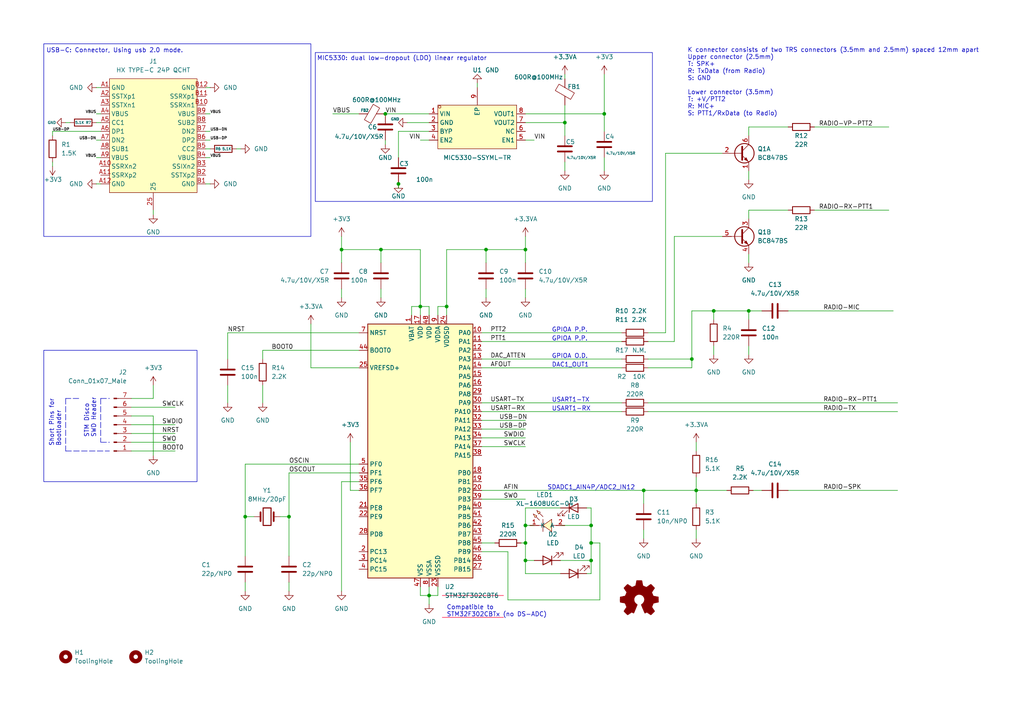
<source format=kicad_sch>
(kicad_sch (version 20250114) (generator "eeschema") (generator_version "9.0")
  (paper "A4")
  (title_block (title "All-In-One-Cable (AIOC)") (rev "1.0-dev-0.1"))
  (lib_symbols
    (symbol "C144168:MIC5330-SSYML-TR"
      (property "Reference" "U" (at 0 16.51 0))
      (property "Value" "MIC5330-SSYML-TR" (at 0 -8.89 0))
      (symbol "MIC5330-SSYML-TR_0_1"
        (pin unspecified line (at -13.97 3.81 0) (length 2.54) (name "VIN") (number "1"))
        (pin unspecified line (at -13.97 1.27 0) (length 2.54) (name "GND") (number "2"))
        (pin unspecified line (at -13.97 -1.27 0) (length 2.54) (name "BYP") (number "3"))
        (pin unspecified line (at -13.97 -3.81 0) (length 2.54) (name "EN2") (number "4"))
        (pin unspecified line (at 0 11.43 270) (length 5.08) (name "EP") (number "9"))
        (pin unspecified line (at 13.97 3.81 180) (length 2.54) (name "VOUT1") (number "8"))
        (pin unspecified line (at 13.97 1.27 180) (length 2.54) (name "VOUT2") (number "7"))
        (pin unspecified line (at 13.97 -1.27 180) (length 2.54) (name "NC") (number "6"))
        (pin unspecified line (at 13.97 -3.81 180) (length 2.54) (name "EN1") (number "5"))
      )
    )
    (symbol "C5178545:HXTYPE-C24PQCHT"
      (property "Reference" "USB" (at 0 22.86 0))
      (property "Value" "HX TYPE-C 24P QCHT" (at 0 -22.86 0))
      (symbol "HXTYPE-C24PQCHT_0_1"
        (pin unspecified line (at -15.24 17.78 0) (length 2.54) (name "GND") (number "A1"))
        (pin unspecified line (at -15.24 15.24 0) (length 2.54) (name "SSTXp1") (number "A2"))
        (pin unspecified line (at -15.24 12.7 0) (length 2.54) (name "SSTXn1") (number "A3"))
        (pin unspecified line (at -15.24 10.16 0) (length 2.54) (name "VBUS") (number "A4"))
        (pin unspecified line (at -15.24 7.62 0) (length 2.54) (name "CC1") (number "A5"))
        (pin unspecified line (at -15.24 5.08 0) (length 2.54) (name "DP1") (number "A6"))
        (pin unspecified line (at -15.24 2.54 0) (length 2.54) (name "DN2") (number "A7"))
        (pin unspecified line (at -15.24 0 0) (length 2.54) (name "SUB1") (number "A8"))
        (pin unspecified line (at -15.24 -2.54 0) (length 2.54) (name "VBUS") (number "A9"))
        (pin unspecified line (at -15.24 -5.08 0) (length 2.54) (name "SSRXn2") (number "A10"))
        (pin unspecified line (at -15.24 -7.62 0) (length 2.54) (name "SSRXp2") (number "A11"))
        (pin unspecified line (at -15.24 -10.16 0) (length 2.54) (name "GND") (number "A12"))
        (pin unspecified line (at 0 -17.78 90) (length 5.08) (name "25") (number "25"))
        (pin unspecified line (at 15.24 17.78 180) (length 2.54) (name "GND") (number "B12"))
        (pin unspecified line (at 15.24 15.24 180) (length 2.54) (name "SSRXp1") (number "B11"))
        (pin unspecified line (at 15.24 12.7 180) (length 2.54) (name "SSRXn1") (number "B10"))
        (pin unspecified line (at 15.24 10.16 180) (length 2.54) (name "VBUS") (number "B9"))
        (pin unspecified line (at 15.24 7.62 180) (length 2.54) (name "SUB2") (number "B8"))
        (pin unspecified line (at 15.24 5.08 180) (length 2.54) (name "DN2") (number "B7"))
        (pin unspecified line (at 15.24 2.54 180) (length 2.54) (name "DP2") (number "B6"))
        (pin unspecified line (at 15.24 0 180) (length 2.54) (name "CC2") (number "B5"))
        (pin unspecified line (at 15.24 -2.54 180) (length 2.54) (name "VBUS") (number "B4"))
        (pin unspecified line (at 15.24 -5.08 180) (length 2.54) (name "SSIXn2") (number "B3"))
        (pin unspecified line (at 15.24 -7.62 180) (length 2.54) (name "SSTXp2") (number "B2"))
        (pin unspecified line (at 15.24 -10.16 180) (length 2.54) (name "GND") (number "B1"))
      )
    )
    (symbol "C965804:XL-1608UGC-04"
      (property "Reference" "LED" (at 0 5.08 0))
      (property "Value" "XL-1608UGC-04" (at 0 -5.08 0))
      (symbol "XL-1608UGC-04_0_1"
        (pin unspecified line (at -5.08 0 0) (length 2.54) (name "K") (number "1"))
        (pin unspecified line (at 5.08 0 180) (length 2.54) (name "A") (number "2"))
      )
    )
    (symbol "Connector:Conn_01x07_Male" (pin_names (offset 1.016) (hide yes))
      (property "Reference" "J" (at 0 10.16 0))
      (property "Value" "Conn_01x07_Male" (at 0 -10.16 0))
      (symbol "Conn_01x07_Male_1_1"
        (pin passive line (at 5.08 7.62 180) (length 3.81) (name "Pin_1") (number "1"))
        (pin passive line (at 5.08 5.08 180) (length 3.81) (name "Pin_2") (number "2"))
        (pin passive line (at 5.08 2.54 180) (length 3.81) (name "Pin_3") (number "3"))
        (pin passive line (at 5.08 0 180) (length 3.81) (name "Pin_4") (number "4"))
        (pin passive line (at 5.08 -2.54 180) (length 3.81) (name "Pin_5") (number "5"))
        (pin passive line (at 5.08 -5.08 180) (length 3.81) (name "Pin_6") (number "6"))
        (pin passive line (at 5.08 -7.62 180) (length 3.81) (name "Pin_7") (number "7"))
      )
    )
    (symbol "Device:C" (pin_numbers (hide yes)) (pin_names (offset 0.254))
      (property "Reference" "C" (at 0.635 2.54 0))
      (property "Value" "C" (at 0.635 -2.54 0))
      (symbol "C_1_1"
        (pin passive line (at 0 3.81 270) (length 2.794) (name "~") (number "1"))
        (pin passive line (at 0 -3.81 90) (length 2.794) (name "~") (number "2"))
      )
    )
    (symbol "Device:Crystal" (pin_numbers (hide yes)) (pin_names (offset 1.016) (hide yes))
      (property "Reference" "Y" (at 0 3.81 0))
      (property "Value" "Crystal" (at 0 -3.81 0))
      (symbol "Crystal_1_1"
        (pin passive line (at -3.81 0 0) (length 1.27) (name "1") (number "1"))
        (pin passive line (at 3.81 0 180) (length 1.27) (name "2") (number "2"))
      )
    )
    (symbol "Device:FerriteBead" (pin_numbers (hide yes)) (pin_names (offset 0))
      (property "Reference" "FB" (at -3.81 0.635 90))
      (property "Value" "FerriteBead" (at 3.81 0 90))
      (symbol "FerriteBead_1_1"
        (pin passive line (at 0 3.81 270) (length 2.54) (name "~") (number "1"))
        (pin passive line (at 0 -3.81 90) (length 2.54) (name "~") (number "2"))
      )
    )
    (symbol "Device:LED" (pin_numbers (hide yes)) (pin_names (offset 1.016) (hide yes))
      (property "Reference" "D" (at 0 2.54 0))
      (property "Value" "LED" (at 0 -2.54 0))
      (symbol "LED_1_1"
        (pin passive line (at -3.81 0 0) (length 2.54) (name "K") (number "1"))
        (pin passive line (at 3.81 0 180) (length 2.54) (name "A") (number "2"))
      )
    )
    (symbol "Device:Q_Dual_NPN_NPN_E1B1C2E2B2C1" (pin_names (offset 0) (hide yes))
      (property "Reference" "Q" (at 5.08 1.27 0))
      (property "Value" "Q_Dual_NPN_NPN_E1B1C2E2B2C1" (at 5.08 -1.27 0))
      (symbol "Q_Dual_NPN_NPN_E1B1C2E2B2C1_1_1"
        (pin input line (at -5.08 0 0) (length 2.54) (name "B1") (number "2"))
        (pin passive line (at 2.54 5.08 270) (length 2.54) (name "C1") (number "6"))
        (pin passive line (at 2.54 -5.08 90) (length 2.54) (name "E1") (number "1"))
      )
      (symbol "Q_Dual_NPN_NPN_E1B1C2E2B2C1_2_1"
        (pin input line (at -5.08 0 0) (length 2.54) (name "B2") (number "5"))
        (pin passive line (at 2.54 5.08 270) (length 2.54) (name "C2") (number "3"))
        (pin passive line (at 2.54 -5.08 90) (length 2.54) (name "E2") (number "4"))
      )
    )
    (symbol "Device:R" (pin_numbers (hide yes)) (pin_names (offset 0))
      (property "Reference" "R" (at 2.032 0 90))
      (property "Value" "R" (at 0 0 90))
      (symbol "R_1_1"
        (pin passive line (at 0 3.81 270) (length 1.27) (name "~") (number "1"))
        (pin passive line (at 0 -3.81 90) (length 1.27) (name "~") (number "2"))
      )
    )
    (symbol "GND_1" (power) (pin_numbers (hide yes)) (pin_names (offset 0) (hide yes))
      (property "Value" "GND" (at 0 -3.81 0))
      (symbol "GND_1_1_1"
        (pin power_in line (at 0 0 270) (length 0) (name "~") (number "1"))
      )
    )
    (symbol "Graphic:Logo_Open_Hardware_Small" (pin_names (offset 1.016)))
    (symbol "MCU_ST_STM32F3:STM32F373CBTx"
      (property "Reference" "U" (at -15.24 36.83 0))
      (property "Value" "STM32F373CBTx" (at 10.16 36.83 0))
      (symbol "STM32F373CBTx_1_1"
        (pin input line (at -17.78 33.02 0) (length 2.54) (name "NRST") (number "7"))
        (pin input line (at -17.78 27.94 0) (length 2.54) (name "BOOT0") (number "44"))
        (pin power_in line (at -17.78 22.86 0) (length 2.54) (name "VREFSD+") (number "25"))
        (pin input line (at -17.78 -5.08 0) (length 2.54) (name "PF0") (number "5"))
        (pin input line (at -17.78 -7.62 0) (length 2.54) (name "PF1") (number "6"))
        (pin bidirectional line (at -17.78 -10.16 0) (length 2.54) (name "PF6") (number "35"))
        (pin bidirectional line (at -17.78 -12.7 0) (length 2.54) (name "PF7") (number "36"))
        (pin bidirectional line (at -17.78 -17.78 0) (length 2.54) (name "PE8") (number "21"))
        (pin bidirectional line (at -17.78 -20.32 0) (length 2.54) (name "PE9") (number "22"))
        (pin bidirectional line (at -17.78 -25.4 0) (length 2.54) (name "PD8") (number "28"))
        (pin bidirectional line (at -17.78 -30.48 0) (length 2.54) (name "PC13") (number "2"))
        (pin bidirectional line (at -17.78 -33.02 0) (length 2.54) (name "PC14") (number "3"))
        (pin bidirectional line (at -17.78 -35.56 0) (length 2.54) (name "PC15") (number "4"))
        (pin power_in line (at -2.54 38.1 270) (length 2.54) (name "VBAT") (number "1"))
        (pin power_in line (at 0 38.1 270) (length 2.54) (name "VDD") (number "17"))
        (pin power_in line (at 0 -40.64 90) (length 2.54) (name "VSS") (number "47"))
        (pin power_in line (at 2.54 38.1 270) (length 2.54) (name "VDD") (number "48"))
        (pin power_in line (at 2.54 -40.64 90) (length 2.54) (name "VSSA") (number "8"))
        (pin power_in line (at 5.08 38.1 270) (length 2.54) (name "VDDA") (number "9"))
        (pin power_in line (at 5.08 -40.64 90) (length 2.54) (name "VSSSD") (number "23"))
        (pin power_in line (at 7.62 38.1 270) (length 2.54) (name "VDDSD") (number "24"))
        (pin bidirectional line (at 17.78 33.02 180) (length 2.54) (name "PA0") (number "10"))
        (pin bidirectional line (at 17.78 30.48 180) (length 2.54) (name "PA1") (number "11"))
        (pin bidirectional line (at 17.78 27.94 180) (length 2.54) (name "PA2") (number "12"))
        (pin bidirectional line (at 17.78 25.4 180) (length 2.54) (name "PA3") (number "13"))
        (pin bidirectional line (at 17.78 22.86 180) (length 2.54) (name "PA4") (number "14"))
        (pin bidirectional line (at 17.78 20.32 180) (length 2.54) (name "PA5") (number "15"))
        (pin bidirectional line (at 17.78 17.78 180) (length 2.54) (name "PA6") (number "16"))
        (pin bidirectional line (at 17.78 15.24 180) (length 2.54) (name "PA8") (number "29"))
        (pin bidirectional line (at 17.78 12.7 180) (length 2.54) (name "PA9") (number "30"))
        (pin bidirectional line (at 17.78 10.16 180) (length 2.54) (name "PA10") (number "31"))
        (pin bidirectional line (at 17.78 7.62 180) (length 2.54) (name "PA11") (number "32"))
        (pin bidirectional line (at 17.78 5.08 180) (length 2.54) (name "PA12") (number "33"))
        (pin bidirectional line (at 17.78 2.54 180) (length 2.54) (name "PA13") (number "34"))
        (pin bidirectional line (at 17.78 0 180) (length 2.54) (name "PA14") (number "37"))
        (pin bidirectional line (at 17.78 -2.54 180) (length 2.54) (name "PA15") (number "38"))
        (pin bidirectional line (at 17.78 -7.62 180) (length 2.54) (name "PB0") (number "18"))
        (pin bidirectional line (at 17.78 -10.16 180) (length 2.54) (name "PB1") (number "19"))
        (pin bidirectional line (at 17.78 -12.7 180) (length 2.54) (name "PB2") (number "20"))
        (pin bidirectional line (at 17.78 -15.24 180) (length 2.54) (name "PB3") (number "39"))
        (pin bidirectional line (at 17.78 -17.78 180) (length 2.54) (name "PB4") (number "40"))
        (pin bidirectional line (at 17.78 -20.32 180) (length 2.54) (name "PB5") (number "41"))
        (pin bidirectional line (at 17.78 -22.86 180) (length 2.54) (name "PB6") (number "42"))
        (pin bidirectional line (at 17.78 -25.4 180) (length 2.54) (name "PB7") (number "43"))
        (pin bidirectional line (at 17.78 -27.94 180) (length 2.54) (name "PB8") (number "45"))
        (pin bidirectional line (at 17.78 -30.48 180) (length 2.54) (name "PB9") (number "46"))
        (pin bidirectional line (at 17.78 -33.02 180) (length 2.54) (name "PB14") (number "26"))
        (pin bidirectional line (at 17.78 -35.56 180) (length 2.54) (name "PB15") (number "27"))
      )
    )
    (symbol "Mechanical:MountingHole" (pin_names (offset 1.016))
      (property "Reference" "H" (at 0 5.08 0))
      (property "Value" "MountingHole" (at 0 3.175 0))
    )
    (symbol "power:+3.3VA" (power) (pin_names (offset 0))
      (property "Value" "+3.3VA" (at 0 3.556 0))
      (symbol "+3.3VA_1_1"
        (pin power_in line (at 0 0 90) (length 0) (hide yes) (name "+3.3VA") (number "1"))
      )
    )
    (symbol "power:+3V3" (power) (pin_names (offset 0))
      (property "Value" "+3V3" (at 0 3.556 0))
      (symbol "+3V3_1_1"
        (pin power_in line (at 0 0 90) (length 0) (hide yes) (name "+3V3") (number "1"))
      )
    )
    (symbol "power:GND" (power) (pin_names (offset 0))
      (property "Value" "GND" (at 0 -3.81 0))
      (symbol "GND_1_1"
        (pin power_in line (at 0 0 270) (length 0) (hide yes) (name "GND") (number "1"))
      )
    )
  )
  (rectangle (start 12.7 101.6) (end 57.15 139.7))
  (rectangle (start 91.44 15.24) (end 189.23 58.42))
  (rectangle (start 12.7 12.7) (end 90.17 68.58))
  (text "STM Disco\nSWD Header" (at 27.94 127 90) (effects (font (size 1.27 1.27)) (justify left bottom)))
  (text "Short Pins for\nBootloader" (at 17.78 129.54 90) (effects (font (size 1.27 1.27)) (justify left bottom)))
  (text "SDADC1_AIN4P/ADC2_IN12" (at 158.75 142.24 0) (effects (font (size 1.27 1.27)) (justify left bottom)))
  (text "USART1-TX" (at 160.02 116.84 0) (effects (font (size 1.27 1.27)) (justify left bottom)))
  (text "K connector consists of two TRS connectors (3.5mm and 2.5mm) spaced 12mm apart\nUpper connector (2.5mm)\nT: SPK+\nR: TxData (from Radio)\nS: GND\n\nLower connector (3.5mm)\nT: +V/PTT2\nR: MIC+\nS: PTT1/RxData (to Radio)\n" (at 199.39 33.782 0) (effects (font (size 1.27 1.27)) (justify left bottom)))
  (text "GPIOA P.P." (at 160.02 99.06 0) (effects (font (size 1.27 1.27)) (justify left bottom)))
  (text "DAC1_OUT1" (at 160.02 106.68 0) (effects (font (size 1.27 1.27)) (justify left bottom)))
  (text "MIC5330: dual low-dropout (LDO) linear regulator" (at 116.586 17.018 0) (effects (font (size 1.27 1.27))))
  (text "GPIOA O.D." (at 160.02 104.14 0) (effects (font (size 1.27 1.27)) (justify left bottom)))
  (text "Compatible to \nSTM32F302CBTx (no DS-ADC)" (at 129.54 179.07 0) (effects (font (size 1.27 1.27)) (justify left bottom)))
  (text "USART1-RX" (at 160.02 119.38 0) (effects (font (size 1.27 1.27)) (justify left bottom)))
  (text "GPIOA P.P." (at 160.02 96.52 0) (effects (font (size 1.27 1.27)) (justify left bottom)))
  (text "USB-C: Connector, Using usb 2.0 mode." (at 33.274 14.732 0) (effects (font (size 1.27 1.27))))
  (junction (at 163.83 35.56))
  (junction (at 152.4 152.4))
  (junction (at 171.45 162.56))
  (junction (at 140.97 72.39))
  (junction (at 201.93 142.24))
  (junction (at 175.26 33.02))
  (junction (at 152.4 162.56))
  (junction (at 171.45 152.4))
  (junction (at 171.45 157.48))
  (junction (at 129.54 88.9))
  (junction (at 121.92 88.9))
  (junction (at 152.4 72.39))
  (junction (at 207.01 90.17))
  (junction (at 115.57 53.34))
  (junction (at 217.17 90.17))
  (junction (at 99.06 72.39))
  (junction (at 110.49 72.39))
  (junction (at 71.12 149.86))
  (junction (at 124.46 172.72))
  (junction (at 152.4 157.48))
  (junction (at 186.69 142.24))
  (junction (at 83.82 149.86))
  (junction (at 200.66 104.14))
  (junction (at 111.76 33.02))
  (wire (pts (xy 187.96 119.38) (xy 260.35 119.38)))
  (wire (pts (xy 186.69 153.67) (xy 186.69 156.21)))
  (wire (pts (xy 200.66 106.68) (xy 200.66 104.14)))
  (wire (pts (xy 121.92 72.39) (xy 110.49 72.39)))
  (wire (pts (xy 124.46 172.72) (xy 124.46 175.26)))
  (wire (pts (xy 121.92 91.44) (xy 121.92 88.9)))
  (wire (pts (xy 124.46 88.9) (xy 124.46 91.44)))
  (wire (pts (xy 139.7 129.54) (xy 152.4 129.54)))
  (wire (pts (xy 228.6 90.17) (xy 259.08 90.17)))
  (wire (pts (xy 175.26 45.72) (xy 175.26 49.53)))
  (wire (pts (xy 195.58 99.06) (xy 195.58 68.58)))
  (wire (pts (xy 83.82 137.16) (xy 83.82 149.86)))
  (wire (pts (xy 59.69 53.34) (xy 60.96 53.34)))
  (wire (pts (xy 171.45 147.32) (xy 170.18 147.32)))
  (wire (pts (xy 66.04 96.52) (xy 66.04 104.14)))
  (wire (pts (xy 99.06 68.58) (xy 99.06 72.39)))
  (wire (pts (xy 175.26 21.59) (xy 175.26 33.02)))
  (wire (pts (xy 140.97 72.39) (xy 140.97 76.2)))
  (wire (pts (xy 147.32 173.99) (xy 147.32 160.02)))
  (polyline (pts (xy 22.86 115.57) (xy 19.05 115.57)) (stroke (width 0) (type dash)))
  (wire (pts (xy 170.18 166.37) (xy 171.45 166.37)))
  (wire (pts (xy 236.22 36.83) (xy 257.81 36.83)))
  (wire (pts (xy 162.56 166.37) (xy 152.4 166.37)))
  (wire (pts (xy 127 88.9) (xy 127 91.44)))
  (wire (pts (xy 66.04 111.76) (xy 66.04 116.84)))
  (wire (pts (xy 152.4 72.39) (xy 152.4 76.2)))
  (wire (pts (xy 162.56 147.32) (xy 152.4 147.32)))
  (wire (pts (xy 104.14 96.52) (xy 66.04 96.52)))
  (wire (pts (xy 201.93 146.05) (xy 201.93 142.24)))
  (wire (pts (xy 111.76 40.64) (xy 111.76 41.91)))
  (polyline (pts (xy 29.21 115.57) (xy 29.21 128.27)) (stroke (width 0) (type dash)))
  (wire (pts (xy 187.96 106.68) (xy 200.66 106.68)))
  (wire (pts (xy 171.45 152.4) (xy 171.45 157.48)))
  (wire (pts (xy 38.1 115.57) (xy 44.45 115.57)))
  (polyline (pts (xy 19.05 130.81) (xy 31.75 130.81)) (stroke (width 0) (type dash)))
  (wire (pts (xy 115.57 38.1) (xy 115.57 45.72)))
  (wire (pts (xy 152.4 162.56) (xy 154.94 162.56)))
  (wire (pts (xy 128.27 172.72) (xy 146.05 172.72)) (stroke (width 0) (color 255 0 51 1)))
  (wire (pts (xy 44.45 115.57) (xy 44.45 111.76)))
  (wire (pts (xy 38.1 128.27) (xy 50.8 128.27)))
  (wire (pts (xy 217.17 73.66) (xy 217.17 76.2)))
  (wire (pts (xy 152.4 83.82) (xy 152.4 86.36)))
  (wire (pts (xy 59.69 40.64) (xy 60.96 40.64)))
  (wire (pts (xy 71.12 149.86) (xy 73.66 149.86)))
  (wire (pts (xy 193.04 44.45) (xy 209.55 44.45)))
  (wire (pts (xy 121.92 170.18) (xy 121.92 172.72)))
  (wire (pts (xy 99.06 139.7) (xy 99.06 171.45)))
  (wire (pts (xy 217.17 100.33) (xy 217.17 102.87)))
  (wire (pts (xy 129.54 72.39) (xy 129.54 88.9)))
  (wire (pts (xy 71.12 149.86) (xy 71.12 161.29)))
  (wire (pts (xy 163.83 21.59) (xy 163.83 22.86)))
  (wire (pts (xy 138.43 24.13) (xy 138.43 25.4)))
  (wire (pts (xy 217.17 39.37) (xy 217.17 36.83)))
  (wire (pts (xy 151.13 157.48) (xy 152.4 157.48)))
  (wire (pts (xy 110.49 72.39) (xy 110.49 76.2)))
  (wire (pts (xy 152.4 157.48) (xy 152.4 162.56)))
  (wire (pts (xy 139.7 127) (xy 152.4 127)))
  (wire (pts (xy 71.12 134.62) (xy 71.12 149.86)))
  (wire (pts (xy 217.17 90.17) (xy 220.98 90.17)))
  (wire (pts (xy 139.7 119.38) (xy 180.34 119.38)))
  (wire (pts (xy 27.94 35.56) (xy 29.21 35.56)))
  (wire (pts (xy 68.58 43.18) (xy 69.85 43.18)))
  (wire (pts (xy 171.45 166.37) (xy 171.45 162.56)))
  (wire (pts (xy 121.92 88.9) (xy 124.46 88.9)))
  (wire (pts (xy 44.45 60.96) (xy 44.45 62.23)))
  (wire (pts (xy 193.04 44.45) (xy 193.04 96.52)))
  (wire (pts (xy 76.2 111.76) (xy 76.2 116.84)))
  (wire (pts (xy 171.45 157.48) (xy 171.45 162.56)))
  (wire (pts (xy 83.82 168.91) (xy 83.82 171.45)))
  (wire (pts (xy 44.45 120.65) (xy 44.45 132.08)))
  (wire (pts (xy 139.7 144.78) (xy 152.4 144.78)))
  (wire (pts (xy 236.22 60.96) (xy 257.81 60.96)))
  (wire (pts (xy 228.6 142.24) (xy 260.35 142.24)))
  (wire (pts (xy 99.06 83.82) (xy 99.06 86.36)))
  (wire (pts (xy 119.38 88.9) (xy 121.92 88.9)))
  (wire (pts (xy 195.58 68.58) (xy 209.55 68.58)))
  (wire (pts (xy 187.96 116.84) (xy 260.35 116.84)))
  (polyline (pts (xy 29.21 128.27) (xy 31.75 128.27)) (stroke (width 0) (type dash)))
  (wire (pts (xy 38.1 125.73) (xy 50.8 125.73)))
  (wire (pts (xy 152.4 166.37) (xy 152.4 162.56)))
  (wire (pts (xy 173.99 157.48) (xy 173.99 173.99)))
  (wire (pts (xy 119.38 91.44) (xy 119.38 88.9)))
  (wire (pts (xy 173.99 173.99) (xy 147.32 173.99)))
  (wire (pts (xy 76.2 101.6) (xy 76.2 104.14)))
  (wire (pts (xy 207.01 92.71) (xy 207.01 90.17)))
  (wire (pts (xy 15.24 38.1) (xy 15.24 39.37)))
  (wire (pts (xy 38.1 118.11) (xy 50.8 118.11)))
  (wire (pts (xy 152.4 35.56) (xy 163.83 35.56)))
  (wire (pts (xy 217.17 36.83) (xy 228.6 36.83)))
  (wire (pts (xy 121.92 40.64) (xy 124.46 40.64)))
  (wire (pts (xy 124.46 170.18) (xy 124.46 172.72)))
  (wire (pts (xy 139.7 99.06) (xy 180.34 99.06)))
  (wire (pts (xy 104.14 139.7) (xy 99.06 139.7)))
  (wire (pts (xy 152.4 40.64) (xy 154.94 40.64)))
  (wire (pts (xy 217.17 90.17) (xy 217.17 92.71)))
  (wire (pts (xy 81.28 149.86) (xy 83.82 149.86)))
  (wire (pts (xy 171.45 152.4) (xy 171.45 147.32)))
  (wire (pts (xy 200.66 90.17) (xy 207.01 90.17)))
  (wire (pts (xy 186.69 146.05) (xy 186.69 142.24)))
  (wire (pts (xy 207.01 100.33) (xy 207.01 102.87)))
  (wire (pts (xy 127 170.18) (xy 127 172.72)))
  (wire (pts (xy 139.7 116.84) (xy 180.34 116.84)))
  (wire (pts (xy 217.17 60.96) (xy 228.6 60.96)))
  (wire (pts (xy 162.56 152.4) (xy 171.45 152.4)))
  (wire (pts (xy 101.6 128.27) (xy 101.6 142.24)))
  (wire (pts (xy 104.14 101.6) (xy 76.2 101.6)))
  (wire (pts (xy 201.93 128.27) (xy 201.93 130.81)))
  (wire (pts (xy 163.83 35.56) (xy 163.83 39.37)))
  (wire (pts (xy 110.49 83.82) (xy 110.49 86.36)))
  (wire (pts (xy 27.94 45.72) (xy 29.21 45.72)))
  (wire (pts (xy 129.54 72.39) (xy 140.97 72.39)))
  (wire (pts (xy 201.93 142.24) (xy 210.82 142.24)))
  (wire (pts (xy 217.17 49.53) (xy 217.17 52.07)))
  (wire (pts (xy 187.96 104.14) (xy 200.66 104.14)))
  (wire (pts (xy 124.46 38.1) (xy 115.57 38.1)))
  (wire (pts (xy 200.66 104.14) (xy 200.66 90.17)))
  (wire (pts (xy 118.11 35.56) (xy 124.46 35.56)))
  (wire (pts (xy 83.82 137.16) (xy 104.14 137.16)))
  (wire (pts (xy 201.93 138.43) (xy 201.93 142.24)))
  (wire (pts (xy 59.69 33.02) (xy 60.96 33.02)))
  (wire (pts (xy 139.7 96.52) (xy 180.34 96.52)))
  (wire (pts (xy 218.44 142.24) (xy 220.98 142.24)))
  (wire (pts (xy 83.82 149.86) (xy 83.82 161.29)))
  (wire (pts (xy 171.45 157.48) (xy 173.99 157.48)))
  (wire (pts (xy 27.94 25.4) (xy 29.21 25.4)))
  (wire (pts (xy 27.94 40.64) (xy 29.21 40.64)))
  (wire (pts (xy 152.4 152.4) (xy 152.4 157.48)))
  (wire (pts (xy 201.93 153.67) (xy 201.93 156.21)))
  (wire (pts (xy 44.45 120.65) (xy 38.1 120.65)))
  (wire (pts (xy 104.14 142.24) (xy 101.6 142.24)))
  (wire (pts (xy 71.12 168.91) (xy 71.12 171.45)))
  (wire (pts (xy 90.17 106.68) (xy 104.14 106.68)))
  (wire (pts (xy 129.54 88.9) (xy 127 88.9)))
  (wire (pts (xy 163.83 46.99) (xy 163.83 49.53)))
  (polyline (pts (xy 19.05 115.57) (xy 19.05 130.81)) (stroke (width 0) (type dash)))
  (wire (pts (xy 127 172.72) (xy 124.46 172.72)))
  (polyline (pts (xy 29.21 115.57) (xy 31.75 115.57)) (stroke (width 0) (type dash)))
  (wire (pts (xy 154.94 152.4) (xy 152.4 152.4)))
  (wire (pts (xy 121.92 72.39) (xy 121.92 88.9)))
  (wire (pts (xy 139.7 104.14) (xy 180.34 104.14)))
  (wire (pts (xy 139.7 121.92) (xy 152.4 121.92)))
  (wire (pts (xy 139.7 157.48) (xy 143.51 157.48)))
  (wire (pts (xy 175.26 33.02) (xy 175.26 38.1)))
  (wire (pts (xy 140.97 83.82) (xy 140.97 86.36)))
  (wire (pts (xy 128.27 179.07) (xy 146.05 179.07)) (stroke (width 0) (color 255 0 51 1)))
  (wire (pts (xy 59.69 25.4) (xy 60.96 25.4)))
  (wire (pts (xy 15.24 38.1) (xy 29.21 38.1)))
  (wire (pts (xy 111.76 33.02) (xy 124.46 33.02)))
  (wire (pts (xy 162.56 162.56) (xy 171.45 162.56)))
  (wire (pts (xy 147.32 160.02) (xy 139.7 160.02)))
  (wire (pts (xy 139.7 106.68) (xy 180.34 106.68)))
  (wire (pts (xy 129.54 91.44) (xy 129.54 88.9)))
  (wire (pts (xy 152.4 33.02) (xy 175.26 33.02)))
  (wire (pts (xy 124.46 172.72) (xy 121.92 172.72)))
  (wire (pts (xy 140.97 72.39) (xy 152.4 72.39)))
  (wire (pts (xy 99.06 72.39) (xy 99.06 76.2)))
  (wire (pts (xy 15.24 46.99) (xy 15.24 48.26)))
  (wire (pts (xy 217.17 63.5) (xy 217.17 60.96)))
  (wire (pts (xy 110.49 72.39) (xy 99.06 72.39)))
  (wire (pts (xy 59.69 43.18) (xy 60.96 43.18)))
  (wire (pts (xy 71.12 134.62) (xy 104.14 134.62)))
  (wire (pts (xy 19.05 35.56) (xy 20.32 35.56)))
  (wire (pts (xy 186.69 142.24) (xy 201.93 142.24)))
  (wire (pts (xy 27.94 33.02) (xy 29.21 33.02)))
  (wire (pts (xy 139.7 142.24) (xy 186.69 142.24)))
  (wire (pts (xy 38.1 130.81) (xy 50.8 130.81)))
  (wire (pts (xy 152.4 147.32) (xy 152.4 152.4)))
  (wire (pts (xy 163.83 30.48) (xy 163.83 35.56)))
  (wire (pts (xy 104.14 33.02) (xy 96.52 33.02)))
  (wire (pts (xy 139.7 124.46) (xy 152.4 124.46)))
  (wire (pts (xy 59.69 45.72) (xy 60.96 45.72)))
  (wire (pts (xy 115.57 53.34) (xy 115.57 54.61)))
  (wire (pts (xy 207.01 90.17) (xy 217.17 90.17)))
  (wire (pts (xy 27.94 53.34) (xy 29.21 53.34)))
  (wire (pts (xy 59.69 38.1) (xy 60.96 38.1)))
  (wire (pts (xy 187.96 96.52) (xy 193.04 96.52)))
  (wire (pts (xy 187.96 99.06) (xy 195.58 99.06)))
  (wire (pts (xy 152.4 68.58) (xy 152.4 72.39)))
  (wire (pts (xy 38.1 123.19) (xy 50.8 123.19)))
  (wire (pts (xy 90.17 93.98) (xy 90.17 106.68)))
  (label "OSCIN" (at 83.82 134.62 0))
  (label "RADIO-VP-PTT2" (at 237.49 36.83 0))
  (label "AFIN" (at 146.05 142.24 0))
  (label "VBUS" (at 96.52 33.02 0))
  (label "NRST" (at 66.04 96.52 0))
  (label "PTT2" (at 142.24 96.52 0))
  (label "SWO" (at 46.99 128.27 0))
  (label "SWO" (at 146.05 144.78 0))
  (label "SWDIO" (at 146.05 127 0))
  (label "VBUS" (at 60.96 45.72 0) (effects (font (size 0.762 0.762))))
  (label "OSCOUT" (at 83.82 137.16 0))
  (label "BOOT0" (at 78.74 101.6 0))
  (label "USB-DN" (at 27.94 40.64 180) (effects (font (size 0.762 0.762))))
  (label "" (at 128.27 33.02 0) (effects (font (size 0.762 0.762))))
  (label "USART-RX" (at 142.24 119.38 0))
  (label "USB-DN" (at 60.96 38.1 0) (effects (font (size 0.762 0.762))))
  (label "SWDIO" (at 46.99 123.19 0))
  (label "USB-DP" (at 144.78 124.46 0))
  (label "PTT1" (at 142.24 99.06 0))
  (label "VBUS" (at 27.94 45.72 180) (effects (font (size 0.762 0.762))))
  (label "VBUS" (at 60.96 33.02 0) (effects (font (size 0.762 0.762))))
  (label "AFOUT" (at 142.24 106.68 0))
  (label "SWCLK" (at 46.99 118.11 0))
  (label "RADIO-RX-PTT1" (at 238.76 116.84 0))
  (label "RADIO-MIC" (at 238.76 90.17 0))
  (label "RADIO-RX-PTT1" (at 237.49 60.96 0))
  (label "USART-TX" (at 142.24 116.84 0))
  (label "SWCLK" (at 146.05 129.54 0))
  (label "VIN" (at 121.92 40.64 180))
  (label "BOOT0" (at 46.99 130.81 0))
  (label "VBUS" (at 27.94 33.02 180) (effects (font (size 0.762 0.762))))
  (label "NRST" (at 46.99 125.73 0))
  (label "USB-DP" (at 60.96 40.64 0) (effects (font (size 0.762 0.762))))
  (label "RADIO-SPK" (at 238.76 142.24 0))
  (label "USB-DP" (at 15.24 38.1 0) (effects (font (size 0.762 0.762))))
  (label "DAC_ATTEN" (at 142.24 104.14 0))
  (label "VIN" (at 111.76 33.02 0))
  (label "VIN" (at 154.94 40.64 0))
  (label "USB-DN" (at 144.78 121.92 0))
  (label "RADIO-TX" (at 238.76 119.38 0))
  (symbol (lib_id "Device:R") (at 184.15 116.84 270) (unit 1)
    (property "Reference" "R8" (at 184.15 111.76 90))
    (property "Value" "220R" (at 184.15 114.3 90))
    (property "Footprint" "Resistor_SMD:R_0603_1608Metric" (effects (hide yes)))
    (property "LCSC" "C22962" (effects (hide yes)))
  )
  (symbol (lib_id "power:+3V3") (at 15.24 48.26 180) (unit 1)
    (property "Reference" "#PWR07" (effects (hide yes)))
    (property "Value" "+3V3" (at 12.7 52.07 0) (effects (justify right)))
  )
  (symbol (lib_id "Mechanical:MountingHole") (at 19.05 190.5 0) (unit 1) (in_bom no)
    (property "Reference" "H1" (at 21.59 189.2299 0) (effects (justify left)))
    (property "Value" "ToolingHole" (at 21.59 191.7699 0) (effects (justify left)))
    (property "Footprint" "AIOC:TOOLING-HOLE" (effects (hide yes)))
  )
  (symbol (lib_id "power:GND") (at 99.06 86.36 0) (mirror y) (unit 1)
    (property "Reference" "#PWR0115" (effects (hide yes)))
    (property "Value" "GND" (at 99.06 91.44 0))
  )
  (symbol (lib_id "power:+3.3VA") (at 163.83 21.59 0) (unit 1)
    (property "Reference" "#PWR0109" (effects (hide yes)))
    (property "Value" "+3.3VA" (at 163.83 16.51 0))
  )
  (symbol (lib_id "Device:R") (at 214.63 142.24 90) (unit 1)
    (property "Reference" "R5" (at 214.63 135.89 90))
    (property "Value" "2.2K" (at 214.63 138.43 90))
    (property "Footprint" "Resistor_SMD:R_0603_1608Metric" (effects (hide yes)))
    (property "LCSC" "C4190" (effects (hide yes)))
  )
  (symbol (lib_id "Graphic:Logo_Open_Hardware_Small") (at 185.42 173.99 0) (unit 1)
    (property "Reference" "#LOGO1" (effects (hide yes)))
    (property "Value" "Logo_Open_Hardware_Small" (effects (hide yes)))
  )
  (symbol (lib_id "power:+3V3") (at 175.26 21.59 0) (unit 1)
    (property "Reference" "#PWR0108" (effects (hide yes)))
    (property "Value" "+3V3" (at 175.26 16.51 0))
  )
  (symbol (lib_id "Device:R") (at 184.15 104.14 270) (unit 1)
    (property "Reference" "R17" (at 180.34 101.6 90))
    (property "Value" "N.M." (at 185.42 101.6 90))
    (property "Footprint" "Resistor_SMD:R_0603_1608Metric" (effects (hide yes)))
  )
  (symbol (lib_id "Device:R") (at 147.32 157.48 270) (unit 1)
    (property "Reference" "R15" (at 147.32 152.4 90))
    (property "Value" "220R" (at 147.32 154.94 90))
    (property "Footprint" "Resistor_SMD:R_0603_1608Metric" (effects (hide yes)))
    (property "LCSC" "C22962" (effects (hide yes)))
  )
  (symbol (lib_id "Device:Q_Dual_NPN_NPN_E1B1C2E2B2C1") (at 214.63 68.58 0) (unit 2)
    (property "Reference" "Q1" (at 219.71 67.3099 0) (effects (justify left)))
    (property "Value" "BC847BS" (at 219.71 69.8499 0) (effects (justify left)))
    (property "Footprint" "Package_TO_SOT_SMD:SOT-363_SC-70-6" (effects (hide yes)))
    (property "LCSC" "C8653" (effects (hide yes)))
  )
  (symbol (lib_id "power:GND") (at 44.45 62.23 0) (unit 1)
    (property "Reference" "#PWR0101" (effects (hide yes)))
    (property "Value" "GND" (at 44.45 67.31 0))
  )
  (symbol (lib_id "power:GND") (at 66.04 116.84 0) (mirror y) (unit 1)
    (property "Reference" "#PWR0121" (effects (hide yes)))
    (property "Value" "GND" (at 66.04 121.92 0))
  )
  (symbol (lib_name "GND_1") (lib_id "power:GND") (at 27.94 53.34 270) (unit 1)
    (property "Reference" "#PWR09" (effects (hide yes)))
    (property "Value" "GND" (at 24.13 53.3399 90) (effects (justify right)))
    (property "Description" "Power symbol creates a global label with name \"GND\" , ground" (effects (hide yes)))
  )
  (symbol (lib_id "Device:LED") (at 166.37 147.32 0) (unit 1)
    (property "Reference" "D3" (at 166.37 144.78 0))
    (property "Value" "LED" (at 166.37 149.86 0))
    (property "Description" "Light emitting diode" (effects (hide yes)))
    (property "Sim.Pins" "1=K 2=A" (effects (hide yes)))
  )
  (symbol (lib_id "Device:R") (at 64.77 43.18 270) (unit 1)
    (property "Reference" "R6" (at 63.246 43.18 90) (effects (font (size 0.762 0.762))))
    (property "Value" "5.1K" (at 65.786 43.18 90) (effects (font (size 0.762 0.762))))
    (property "Footprint" "Resistor_SMD:R_0603_1608Metric" (effects (hide yes)))
    (property "LCSC" "C23186" (effects (hide yes)))
  )
  (symbol (lib_id "MCU_ST_STM32F3:STM32F373CBTx") (at 121.92 129.54 0) (unit 1)
    (property "Reference" "U2" (at 129.0194 170.18 0) (effects (justify left)))
    (property "Value" "STM32F302CBT6" (at 129.0194 172.72 0) (effects (justify left)))
    (property "Footprint" "Package_QFP:LQFP-48_7x7mm_P0.5mm" (effects (hide yes)))
    (property "Datasheet" "https://www.lcsc.com/datasheet/lcsc_datasheet_2304140030_STMicroelectronics-STM32F302CBT6_C94046.pdf" (effects (hide yes)))
    (property "Description" "128KB 12bit 12bit 2V~3.6V 37 72MHz ARM-M4 FLASH LQFP-48(7x7) Microcontrollers (MCU/MPU/SOC) ROHS" (effects (hide yes)))
    (property "LCSC" "C94046" (effects (hide yes)))
    (property "Datasheet 2" "http://www.st.com/st-web-ui/static/active/en/resource/technical/document/datasheet/DM00046749.pdf" (effects (hide yes)))
  )
  (symbol (lib_id "Device:C") (at 217.17 96.52 0) (unit 1)
    (property "Reference" "C12" (at 220.98 95.2499 0) (effects (justify left)))
    (property "Value" "100n" (at 220.98 97.7899 0) (effects (justify left)))
    (property "Footprint" "Capacitor_SMD:C_0603_1608Metric" (effects (hide yes)))
    (property "LCSC" "C14663" (effects (hide yes)))
  )
  (symbol (lib_id "Device:FerriteBead") (at 163.83 26.67 0) (unit 1)
    (property "Reference" "FB1" (at 164.592 25.146 0) (effects (justify left)))
    (property "Value" "600R@100MHz" (at 149.098 22.352 0) (effects (justify left)))
    (property "Footprint" "Inductor_SMD:L_0603_1608Metric" (effects (hide yes)))
    (property "LCSC" "C1002" (effects (hide yes)))
  )
  (symbol (lib_id "C965804:XL-1608UGC-04") (at 158.75 152.4 0) (unit 1)
    (property "Reference" "LED1" (at 157.99 143.51 0))
    (property "Value" "XL-1608UGC-04" (at 157.99 146.05 0))
    (property "Footprint" "C965804:LED0603-RD_GREEN" (effects (hide yes)))
    (property "LCSC Part" "C965804" (effects (hide yes)))
  )
  (symbol (lib_id "power:+3V3") (at 99.06 68.58 0) (unit 1)
    (property "Reference" "#PWR0113" (effects (hide yes)))
    (property "Value" "+3V3" (at 99.06 63.5 0))
  )
  (symbol (lib_id "power:+3.3VA") (at 152.4 68.58 0) (unit 1)
    (property "Reference" "#PWR0112" (effects (hide yes)))
    (property "Value" "+3.3VA" (at 152.4 63.5 0))
  )
  (symbol (lib_id "Device:C") (at 71.12 165.1 0) (unit 1)
    (property "Reference" "C1" (at 58.42 163.83 0) (effects (justify left)))
    (property "Value" "22p/NP0" (at 58.42 166.37 0) (effects (justify left)))
    (property "Footprint" "Capacitor_SMD:C_0603_1608Metric" (effects (hide yes)))
    (property "LCSC" "C1653" (effects (hide yes)))
  )
  (symbol (lib_id "power:GND") (at 217.17 52.07 0) (unit 1)
    (property "Reference" "#PWR05" (effects (hide yes)))
    (property "Value" "GND" (at 217.17 57.15 0))
  )
  (symbol (lib_id "Device:C") (at 224.79 90.17 90) (unit 1)
    (property "Reference" "C13" (at 224.79 82.55 90))
    (property "Value" "4.7u/10V/X5R" (at 224.79 85.09 90))
    (property "Footprint" "Capacitor_SMD:C_0603_1608Metric" (effects (hide yes)))
    (property "LCSC" "C19666" (effects (hide yes)))
  )
  (symbol (lib_id "Device:FerriteBead") (at 107.95 33.02 90) (unit 1)
    (property "Reference" "FB2" (at 104.648 32.004 90) (effects (font (size 0.762 0.762)) (justify right)))
    (property "Value" "600R@100MHz" (at 102.108 28.956 90) (effects (justify right)))
    (property "Footprint" "Inductor_SMD:L_0603_1608Metric" (effects (hide yes)))
    (property "LCSC" "C1002" (effects (hide yes)))
  )
  (symbol (lib_id "power:GND") (at 19.05 35.56 270) (unit 1)
    (property "Reference" "#PWR0120" (effects (hide yes)))
    (property "Value" "GND" (at 16.256 35.56 90) (effects (font (size 0.762 0.762)) (justify right)))
  )
  (symbol (lib_name "GND_1") (lib_id "power:GND") (at 60.96 -2.54 90) (unit 1)
    (property "Reference" "#PWR013" (effects (hide yes)))
    (property "Value" "GND" (at 64.77 -2.5401 90) (effects (justify right)))
    (property "Description" "Power symbol creates a global label with name \"GND\" , ground" (effects (hide yes)))
  )
  (symbol (lib_id "power:GND") (at 138.43 24.13 180) (unit 1)
    (property "Reference" "#PWR014" (effects (hide yes)))
    (property "Value" "GND" (at 142.748 20.32 0))
  )
  (symbol (lib_id "Device:R") (at 232.41 36.83 270) (unit 1)
    (property "Reference" "R12" (at 232.41 39.37 90))
    (property "Value" "22R" (at 232.41 41.91 90))
    (property "Footprint" "Resistor_SMD:R_0603_1608Metric" (effects (hide yes)))
    (property "LCSC" "C23345" (effects (hide yes)))
  )
  (symbol (lib_id "power:+3.3VA") (at 201.93 128.27 0) (unit 1)
    (property "Reference" "#PWR08" (effects (hide yes)))
    (property "Value" "+3.3VA" (at 201.93 123.19 0))
  )
  (symbol (lib_id "Device:Q_Dual_NPN_NPN_E1B1C2E2B2C1") (at 214.63 44.45 0) (unit 1)
    (property "Reference" "Q1" (at 219.71 43.1799 0) (effects (justify left)))
    (property "Value" "BC847BS" (at 219.71 45.7199 0) (effects (justify left)))
    (property "Footprint" "Package_TO_SOT_SMD:SOT-363_SC-70-6" (effects (hide yes)))
    (property "LCSC" "C8653" (effects (hide yes)))
  )
  (symbol (lib_id "power:GND") (at 124.46 175.26 0) (unit 1)
    (property "Reference" "#PWR0102" (effects (hide yes)))
    (property "Value" "GND" (at 124.46 180.34 0))
  )
  (symbol (lib_id "C144168:MIC5330-SSYML-TR") (at 138.43 36.83 0) (unit 1)
    (property "Reference" "U1" (at 138.43 20.32 0))
    (property "Value" "MIC5330-SSYML-TR" (at 138.43 45.72 0))
    (property "Footprint" "C144168:MLF-8_L2.0-W2.0-P0.50-BL-EP" (effects (hide yes)))
    (property "Datasheet" "https://lcsc.com/product-detail/Low-Dropout-Regulators-LDO_MICROCHIP_MIC5330-SSYML-TR_MIC5330-SSYML-TR_C144168.html" (effects (hide yes)))
    (property "LCSC Part" "C144168" (effects (hide yes)))
  )
  (symbol (lib_id "power:GND") (at 44.45 132.08 0) (mirror y) (unit 1)
    (property "Reference" "#PWR0124" (effects (hide yes)))
    (property "Value" "GND" (at 44.45 137.16 0))
  )
  (symbol (lib_id "power:+3V3") (at 101.6 128.27 0) (unit 1)
    (property "Reference" "#PWR0125" (effects (hide yes)))
    (property "Value" "+3V3" (at 101.6 123.19 0))
  )
  (symbol (lib_id "Device:Crystal") (at 77.47 149.86 0) (unit 1)
    (property "Reference" "Y1" (at 77.47 142.24 0))
    (property "Value" "8MHz/20pF" (at 77.47 144.78 0))
    (property "Footprint" "AIOC:Crystal_SMD_5032-2Pin_5.0x3.2mm" (effects (hide yes)))
    (property "LCSC" "C115962" (effects (hide yes)))
  )
  (symbol (lib_id "Device:R") (at 15.24 43.18 180) (unit 1)
    (property "Reference" "R1" (at 17.78 41.9099 0) (effects (justify right)))
    (property "Value" "1.5K" (at 17.78 44.4499 0) (effects (justify right)))
    (property "Footprint" "Resistor_SMD:R_0603_1608Metric" (effects (hide yes)))
    (property "LCSC" "C22843" (effects (hide yes)))
  )
  (symbol (lib_id "Device:C") (at 224.79 142.24 90) (unit 1)
    (property "Reference" "C14" (at 224.79 134.62 90))
    (property "Value" "4.7u/10V/X5R" (at 224.79 137.16 90))
    (property "Footprint" "Capacitor_SMD:C_0603_1608Metric" (effects (hide yes)))
    (property "LCSC" "C19666" (effects (hide yes)))
  )
  (symbol (lib_id "power:+3.3VA") (at 90.17 93.98 0) (unit 1)
    (property "Reference" "#PWR0116" (effects (hide yes)))
    (property "Value" "+3.3VA" (at 90.17 88.9 0))
  )
  (symbol (lib_id "Device:C") (at 152.4 80.01 0) (unit 1)
    (property "Reference" "C10" (at 156.21 78.7399 0) (effects (justify left)))
    (property "Value" "4.7u/10V/X5R" (at 156.21 81.2799 0) (effects (justify left)))
    (property "Footprint" "Capacitor_SMD:C_0603_1608Metric" (effects (hide yes)))
    (property "LCSC" "C19666" (effects (hide yes)))
  )
  (symbol (lib_id "power:GND") (at 217.17 102.87 0) (unit 1)
    (property "Reference" "#PWR04" (effects (hide yes)))
    (property "Value" "GND" (at 217.17 107.95 0))
  )
  (symbol (lib_id "Device:R") (at 184.15 119.38 270) (unit 1)
    (property "Reference" "R9" (at 184.15 121.92 90))
    (property "Value" "220R" (at 184.15 124.46 90))
    (property "Footprint" "Resistor_SMD:R_0603_1608Metric" (effects (hide yes)))
    (property "LCSC" "C22962" (effects (hide yes)))
  )
  (symbol (lib_id "Device:C") (at 186.69 149.86 0) (unit 1)
    (property "Reference" "C11" (at 190.5 148.59 0) (effects (justify left)))
    (property "Value" "10n/NP0" (at 190.5 151.1299 0) (effects (justify left)))
    (property "Footprint" "Capacitor_SMD:C_0603_1608Metric" (effects (hide yes)))
    (property "LCSC" "C57112" (effects (hide yes)))
  )
  (symbol (lib_id "power:GND") (at 110.49 86.36 0) (mirror y) (unit 1)
    (property "Reference" "#PWR0114" (effects (hide yes)))
    (property "Value" "GND" (at 110.49 91.44 0))
  )
  (symbol (lib_id "power:GND") (at 163.83 49.53 0) (unit 1)
    (property "Reference" "#PWR0126" (effects (hide yes)))
    (property "Value" "GND" (at 163.83 54.61 0))
  )
  (symbol (lib_id "Device:R") (at 24.13 35.56 270) (unit 1)
    (property "Reference" "R7" (at 25.654 35.56 90) (effects (font (size 0.762 0.762))))
    (property "Value" "5.1K" (at 23.114 35.56 90) (effects (font (size 0.762 0.762))))
    (property "Footprint" "Resistor_SMD:R_0603_1608Metric" (effects (hide yes)))
    (property "LCSC" "C23186" (effects (hide yes)))
  )
  (symbol (lib_name "GND_1") (lib_id "power:GND") (at 60.96 25.4 90) (unit 1)
    (property "Reference" "#PWR011" (effects (hide yes)))
    (property "Value" "GND" (at 64.77 25.3999 90) (effects (justify right)))
    (property "Description" "Power symbol creates a global label with name \"GND\" , ground" (effects (hide yes)))
  )
  (symbol (lib_id "power:+3V3") (at 44.45 111.76 0) (unit 1)
    (property "Reference" "#PWR0110" (effects (hide yes)))
    (property "Value" "+3V3" (at 44.45 106.68 0))
  )
  (symbol (lib_id "Device:R") (at 184.15 99.06 90) (unit 1)
    (property "Reference" "R11" (at 180.34 92.71 90))
    (property "Value" "2.2K" (at 185.42 92.71 90))
    (property "Footprint" "Resistor_SMD:R_0603_1608Metric" (effects (hide yes)))
    (property "LCSC" "C4190" (effects (hide yes)))
  )
  (symbol (lib_id "power:GND") (at 175.26 49.53 0) (unit 1)
    (property "Reference" "#PWR0106" (effects (hide yes)))
    (property "Value" "GND" (at 175.26 54.61 0))
  )
  (symbol (lib_id "Device:R") (at 184.15 96.52 90) (unit 1)
    (property "Reference" "R10" (at 180.34 90.17 90))
    (property "Value" "2.2K" (at 185.42 90.17 90))
    (property "Footprint" "Resistor_SMD:R_0603_1608Metric" (effects (hide yes)))
    (property "LCSC" "C4190" (effects (hide yes)))
  )
  (symbol (lib_id "power:GND") (at 152.4 86.36 0) (unit 1)
    (property "Reference" "#PWR0117" (effects (hide yes)))
    (property "Value" "GND" (at 152.4 91.44 0))
  )
  (symbol (lib_id "power:GND") (at 140.97 86.36 0) (unit 1)
    (property "Reference" "#PWR0118" (effects (hide yes)))
    (property "Value" "GND" (at 140.97 91.44 0))
  )
  (symbol (lib_id "power:GND") (at 207.01 102.87 0) (unit 1)
    (property "Reference" "#PWR03" (effects (hide yes)))
    (property "Value" "GND" (at 207.01 107.95 0))
  )
  (symbol (lib_id "Device:R") (at 184.15 106.68 270) (unit 1)
    (property "Reference" "R2" (at 180.34 109.22 90))
    (property "Value" "10K" (at 185.42 109.22 90))
    (property "Footprint" "Resistor_SMD:R_0603_1608Metric" (effects (hide yes)))
    (property "LCSC" "C25804" (effects (hide yes)))
  )
  (symbol (lib_id "Device:R") (at 201.93 134.62 0) (unit 1)
    (property "Reference" "R16" (at 204.47 133.3499 0) (effects (justify left)))
    (property "Value" "5.1K" (at 204.47 135.8899 0) (effects (justify left)))
    (property "Footprint" "Resistor_SMD:R_0603_1608Metric" (effects (hide yes)))
    (property "LCSC" "C23186" (effects (hide yes)))
  )
  (symbol (lib_id "Device:R") (at 201.93 149.86 180) (unit 1)
    (property "Reference" "R3" (at 204.47 148.5899 0) (effects (justify right)))
    (property "Value" "5.1K" (at 204.47 151.1299 0) (effects (justify right)))
    (property "Footprint" "Resistor_SMD:R_0603_1608Metric" (effects (hide yes)))
    (property "LCSC" "C23186" (effects (hide yes)))
  )
  (symbol (lib_id "power:GND") (at 217.17 76.2 0) (unit 1)
    (property "Reference" "#PWR06" (effects (hide yes)))
    (property "Value" "GND" (at 217.17 81.28 0))
  )
  (symbol (lib_id "Device:R") (at 76.2 107.95 180) (unit 1)
    (property "Reference" "R14" (at 78.74 106.6799 0) (effects (justify right)))
    (property "Value" "2.2K" (at 78.74 109.2199 0) (effects (justify right)))
    (property "Footprint" "Resistor_SMD:R_0603_1608Metric" (effects (hide yes)))
    (property "LCSC" "C4190" (effects (hide yes)))
  )
  (symbol (lib_name "GND_1") (lib_id "power:GND") (at 27.94 25.4 270) (unit 1)
    (property "Reference" "#PWR012" (effects (hide yes)))
    (property "Value" "GND" (at 24.13 25.3999 90) (effects (justify right)))
    (property "Description" "Power symbol creates a global label with name \"GND\" , ground" (effects (hide yes)))
  )
  (symbol (lib_id "Device:C") (at 99.06 80.01 0) (unit 1)
    (property "Reference" "C7" (at 92.71 78.74 0) (effects (justify left)))
    (property "Value" "4.7u/10V/X5R" (at 81.28 81.28 0) (effects (justify left)))
    (property "Footprint" "Capacitor_SMD:C_0603_1608Metric" (effects (hide yes)))
    (property "LCSC" "C19666" (effects (hide yes)))
  )
  (symbol (lib_id "Device:LED") (at 166.37 166.37 180) (unit 1)
    (property "Reference" "D4" (at 167.9575 158.75 0))
    (property "Value" "LED" (at 167.9575 161.29 0))
    (property "Description" "Light emitting diode" (effects (hide yes)))
    (property "Sim.Pins" "1=K 2=A" (effects (hide yes)))
  )
  (symbol (lib_id "Device:LED") (at 158.75 162.56 180) (unit 1)
    (property "Reference" "D2" (at 160.3375 154.94 0))
    (property "Value" "LED" (at 160.3375 157.48 0))
    (property "Description" "Light emitting diode" (effects (hide yes)))
    (property "Sim.Pins" "1=K 2=A" (effects (hide yes)))
  )
  (symbol (lib_id "Device:R") (at 232.41 60.96 270) (unit 1)
    (property "Reference" "R13" (at 232.41 63.5 90))
    (property "Value" "22R" (at 232.41 66.04 90))
    (property "Footprint" "Resistor_SMD:R_0603_1608Metric" (effects (hide yes)))
    (property "LCSC" "C23345" (effects (hide yes)))
  )
  (symbol (lib_id "Mechanical:MountingHole") (at 39.37 190.5 0) (unit 1) (in_bom no)
    (property "Reference" "H2" (at 41.91 189.2299 0) (effects (justify left)))
    (property "Value" "ToolingHole" (at 41.91 191.7699 0) (effects (justify left)))
    (property "Footprint" "AIOC:TOOLING-HOLE" (effects (hide yes)))
  )
  (symbol (lib_id "Device:C") (at 115.57 49.53 0) (mirror y) (unit 1)
    (property "Reference" "C3" (at 115.824 47.498 0) (effects (justify right)))
    (property "Value" "100n" (at 120.65 52.07 0) (effects (justify right)))
    (property "Footprint" "Capacitor_SMD:C_0603_1608Metric" (effects (hide yes)))
    (property "Datasheet" "https://www.lcsc.com/datasheet/C14663.pdf" (effects (hide yes)))
    (property "LCSC" "C14663" (effects (hide yes)))
  )
  (symbol (lib_id "power:GND") (at 99.06 171.45 0) (unit 1)
    (property "Reference" "#PWR0122" (effects (hide yes)))
    (property "Value" "GND" (at 99.06 176.53 0))
  )
  (symbol (lib_id "Device:C") (at 83.82 165.1 0) (unit 1)
    (property "Reference" "C2" (at 87.63 163.8299 0) (effects (justify left)))
    (property "Value" "22p/NP0" (at 87.63 166.3699 0) (effects (justify left)))
    (property "Footprint" "Capacitor_SMD:C_0603_1608Metric" (effects (hide yes)))
    (property "LCSC" "C1653" (effects (hide yes)))
  )
  (symbol (lib_id "C5178545:HXTYPE-C24PQCHT") (at 44.45 43.18 0) (unit 1)
    (property "Reference" "J1" (at 44.45 17.78 0))
    (property "Value" "HX TYPE-C 24P QCHT" (at 44.45 20.32 0))
    (property "Footprint" "C5178545:TYPE-C-SMD_TYPE-C-24P-QCHT" (effects (hide yes)))
    (property "LCSC Part" "C5178545" (effects (hide yes)))
  )
  (symbol (lib_id "power:GND") (at 115.57 53.34 0) (unit 1)
    (property "Reference" "#PWR0105" (effects (hide yes)))
    (property "Value" "GND" (at 115.57 56.896 0))
  )
  (symbol (lib_id "power:GND") (at 76.2 116.84 0) (mirror y) (unit 1)
    (property "Reference" "#PWR0123" (effects (hide yes)))
    (property "Value" "GND" (at 76.2 121.92 0))
  )
  (symbol (lib_id "power:GND") (at 111.76 41.91 0) (unit 1)
    (property "Reference" "#PWR0111" (effects (hide yes)))
    (property "Value" "GND" (at 111.76 45.72 0))
  )
  (symbol (lib_id "power:GND") (at 71.12 171.45 0) (unit 1)
    (property "Reference" "#PWR0103" (effects (hide yes)))
    (property "Value" "GND" (at 71.12 176.53 0))
  )
  (symbol (lib_id "Device:C") (at 66.04 107.95 0) (unit 1)
    (property "Reference" "C15" (at 69.85 106.6799 0) (effects (justify left)))
    (property "Value" "100n" (at 69.85 109.2199 0) (effects (justify left)))
    (property "Footprint" "Capacitor_SMD:C_0603_1608Metric" (effects (hide yes)))
    (property "LCSC" "C14663" (effects (hide yes)))
  )
  (symbol (lib_id "power:GND") (at 118.11 35.56 270) (unit 1)
    (property "Reference" "#PWR0107" (effects (hide yes)))
    (property "Value" "GND" (at 115.824 34.544 90) (effects (font (size 0.762 0.762)) (justify right)))
  )
  (symbol (lib_id "power:GND") (at 83.82 171.45 0) (unit 1)
    (property "Reference" "#PWR0104" (effects (hide yes)))
    (property "Value" "GND" (at 83.82 176.53 0))
  )
  (symbol (lib_id "power:GND") (at 186.69 156.21 0) (unit 1)
    (property "Reference" "#PWR01" (effects (hide yes)))
    (property "Value" "GND" (at 186.69 161.29 0))
  )
  (symbol (lib_id "Device:C") (at 163.83 43.18 0) (unit 1)
    (property "Reference" "C5" (at 164.084 41.148 0) (effects (justify left)))
    (property "Value" "4.7u/10V/X5R" (at 164.338 45.72 0) (effects (font (size 0.762 0.762)) (justify left)))
    (property "Footprint" "Capacitor_SMD:C_0603_1608Metric" (effects (hide yes)))
    (property "LCSC" "C19666" (effects (hide yes)))
  )
  (symbol (lib_id "Device:C") (at 111.76 36.83 0) (unit 1)
    (property "Reference" "C6" (at 106.68 36.83 0) (effects (justify left)))
    (property "Value" "4.7u/10V/X5R" (at 97.028 39.624 0) (effects (justify left)))
    (property "Footprint" "Capacitor_SMD:C_0603_1608Metric" (effects (hide yes)))
    (property "LCSC" "C19666" (effects (hide yes)))
  )
  (symbol (lib_id "Device:C") (at 110.49 80.01 0) (mirror y) (unit 1)
    (property "Reference" "C8" (at 106.68 78.7399 0) (effects (justify left)))
    (property "Value" "100n" (at 106.68 81.2799 0) (effects (justify left)))
    (property "Footprint" "Capacitor_SMD:C_0603_1608Metric" (effects (hide yes)))
    (property "LCSC" "C14663" (effects (hide yes)))
  )
  (symbol (lib_id "power:GND") (at 69.85 43.18 90) (unit 1)
    (property "Reference" "#PWR0119" (effects (hide yes)))
    (property "Value" "GND" (at 73.66 43.1799 90) (effects (justify right)))
  )
  (symbol (lib_id "Device:C") (at 140.97 80.01 0) (mirror y) (unit 1)
    (property "Reference" "C9" (at 144.78 78.7399 0) (effects (justify right)))
    (property "Value" "100n" (at 144.78 81.2799 0) (effects (justify right)))
    (property "Footprint" "Capacitor_SMD:C_0603_1608Metric" (effects (hide yes)))
    (property "LCSC" "C14663" (effects (hide yes)))
  )
  (symbol (lib_id "Device:R") (at 207.01 96.52 180) (unit 1)
    (property "Reference" "R4" (at 209.55 95.2499 0) (effects (justify right)))
    (property "Value" "220R" (at 209.55 97.7899 0) (effects (justify right)))
    (property "Footprint" "Resistor_SMD:R_0603_1608Metric" (effects (hide yes)))
    (property "LCSC" "C22962" (effects (hide yes)))
  )
  (symbol (lib_id "Connector:Conn_01x07_Male") (at 33.02 123.19 0) (mirror x) (unit 1)
    (property "Reference" "J2" (at 36.83 107.95 0) (effects (justify right)))
    (property "Value" "Conn_01x07_Male" (at 36.83 110.49 0) (effects (justify right)))
    (property "Footprint" "Connector_PinHeader_1.27mm:PinHeader_1x07_P1.27mm_Vertical" (effects (hide yes)))
  )
  (symbol (lib_id "power:GND") (at 201.93 156.21 0) (unit 1)
    (property "Reference" "#PWR02" (effects (hide yes)))
    (property "Value" "GND" (at 201.93 161.29 0))
  )
  (symbol (lib_id "Device:C") (at 175.26 41.91 0) (unit 1)
    (property "Reference" "C4" (at 175.514 39.624 0) (effects (justify left)))
    (property "Value" "4.7u/10V/X5R" (at 175.768 44.45 0) (effects (font (size 0.762 0.762)) (justify left)))
    (property "Footprint" "Capacitor_SMD:C_0603_1608Metric" (effects (hide yes)))
    (property "LCSC" "C19666" (effects (hide yes)))
  )
  (symbol (lib_name "GND_1") (lib_id "power:GND") (at 60.96 53.34 90) (unit 1)
    (property "Reference" "#PWR010" (effects (hide yes)))
    (property "Value" "GND" (at 64.77 53.3399 90) (effects (justify right)))
    (property "Description" "Power symbol creates a global label with name \"GND\" , ground" (effects (hide yes)))
  )
)
</source>
